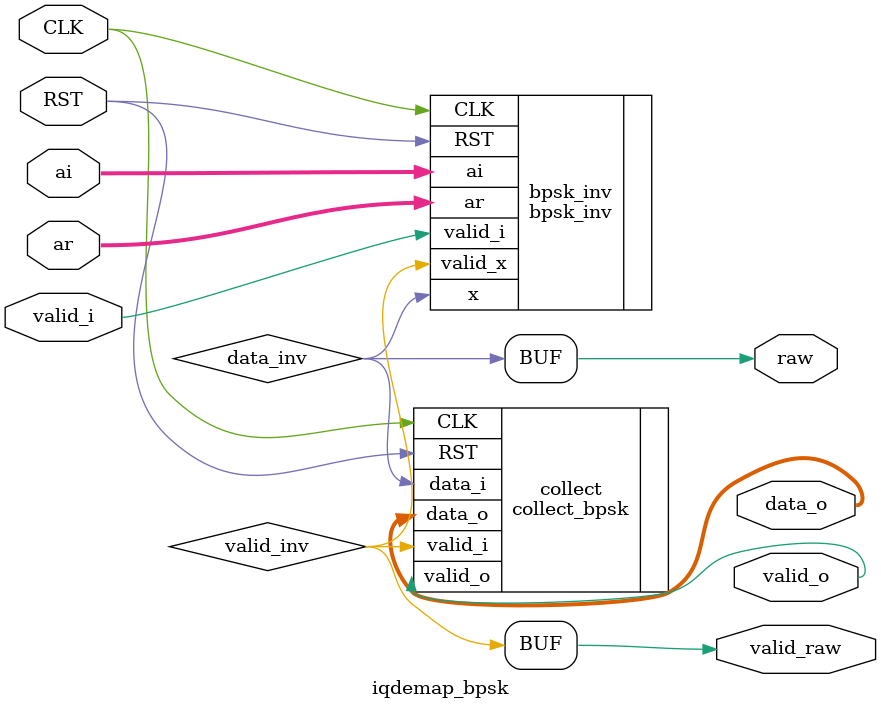
<source format=v>

module iqdemap_bpsk 
  (
   input               CLK,
   input               RST,

   input               valid_i,
   input signed [10:0] ar,
   input signed [10:0] ai,

   output              valid_o,
   output [31:0]       data_o,

   output              valid_raw,
   output              raw
   );

    wire               data_inv;
    wire               valid_inv;              

    bpsk_inv bpsk_inv
      (
       .CLK(CLK),
       .RST(RST),

       .valid_i(valid_i),
       .ar(ar),
       .ai(ai),

       .valid_x(valid_inv),
       .x(data_inv)
       );

    assign valid_raw = valid_inv;
    assign raw       = data_inv;

    collect_bpsk collect
      (
       .CLK(CLK),
       .RST(RST),

       .valid_i(valid_inv),
       .data_i(data_inv),

       .valid_o(valid_o),
       .data_o(data_o)
       );

endmodule

// Local Variables:
// compile-command: "cd ../../verilator/comm/iqdemap_bpsk; ./runtest.sh"
// End:

</source>
